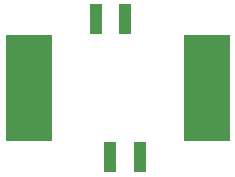
<source format=gbr>
%TF.GenerationSoftware,KiCad,Pcbnew,(6.0.8)*%
%TF.CreationDate,2022-10-20T13:08:20+01:00*%
%TF.ProjectId,Punck_Controls,50756e63-6b5f-4436-9f6e-74726f6c732e,rev?*%
%TF.SameCoordinates,Original*%
%TF.FileFunction,Paste,Top*%
%TF.FilePolarity,Positive*%
%FSLAX46Y46*%
G04 Gerber Fmt 4.6, Leading zero omitted, Abs format (unit mm)*
G04 Created by KiCad (PCBNEW (6.0.8)) date 2022-10-20 13:08:20*
%MOMM*%
%LPD*%
G01*
G04 APERTURE LIST*
%ADD10R,1.050000X2.600000*%
%ADD11R,3.980000X9.000000*%
G04 APERTURE END LIST*
D10*
%TO.C,J11*%
X81030000Y-144150000D03*
X78530000Y-144150000D03*
X79780000Y-155850000D03*
X82280000Y-155850000D03*
D11*
X72890000Y-150000000D03*
X87910000Y-150000000D03*
%TD*%
M02*

</source>
